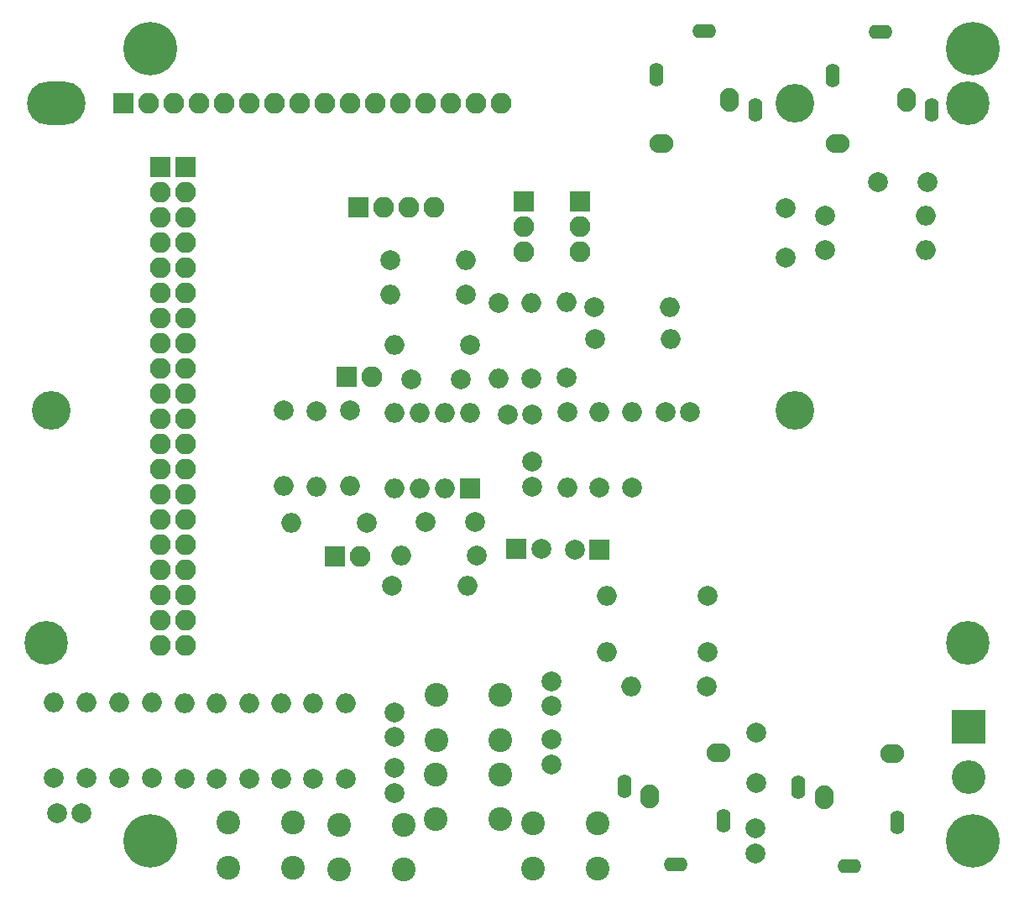
<source format=gbr>
G04 #@! TF.FileFunction,Soldermask,Top*
%FSLAX46Y46*%
G04 Gerber Fmt 4.6, Leading zero omitted, Abs format (unit mm)*
G04 Created by KiCad (PCBNEW 4.0.7) date 04/18/22 18:23:14*
%MOMM*%
%LPD*%
G01*
G04 APERTURE LIST*
%ADD10C,0.100000*%
%ADD11C,2.000000*%
%ADD12O,2.400000X1.400000*%
%ADD13O,1.400000X2.400000*%
%ADD14O,2.400000X1.900000*%
%ADD15O,1.900000X2.400000*%
%ADD16O,2.000000X2.000000*%
%ADD17C,2.400000*%
%ADD18C,5.400000*%
%ADD19R,2.100000X2.100000*%
%ADD20O,2.100000X2.100000*%
%ADD21O,5.900000X4.400000*%
%ADD22C,4.400000*%
%ADD23C,3.900000*%
%ADD24R,2.000000X2.000000*%
%ADD25R,3.400000X3.400000*%
%ADD26C,3.400000*%
G04 APERTURE END LIST*
D10*
D11*
X109610000Y-76610000D03*
X109610000Y-81610000D03*
D12*
X98500000Y-142850000D03*
D13*
X103300000Y-138450000D03*
X93300000Y-134950000D03*
D14*
X102800000Y-131550000D03*
D15*
X95900000Y-135950000D03*
D11*
X48930000Y-134170000D03*
D16*
X48930000Y-126550000D03*
D11*
X58680000Y-134170000D03*
D16*
X58680000Y-126550000D03*
D11*
X86000000Y-126850000D03*
X86000000Y-124350000D03*
X70100000Y-129980000D03*
X70100000Y-127480000D03*
X70140000Y-135620000D03*
X70140000Y-133120000D03*
X85970000Y-130260000D03*
X85970000Y-132760000D03*
D17*
X74330000Y-130270000D03*
X74330000Y-125770000D03*
X80830000Y-130270000D03*
X80830000Y-125770000D03*
X64540000Y-143360000D03*
X64540000Y-138860000D03*
X71040000Y-143360000D03*
X71040000Y-138860000D03*
X84090000Y-143220000D03*
X84090000Y-138720000D03*
X90590000Y-143220000D03*
X90590000Y-138720000D03*
X74300000Y-138270000D03*
X74300000Y-133770000D03*
X80800000Y-138270000D03*
X80800000Y-133770000D03*
D11*
X45640000Y-134150000D03*
D16*
X45640000Y-126530000D03*
D11*
X65210000Y-134190000D03*
D16*
X65210000Y-126570000D03*
D11*
X42330000Y-134130000D03*
D16*
X42330000Y-126510000D03*
D11*
X52220000Y-134190000D03*
D16*
X52220000Y-126570000D03*
D11*
X61940000Y-134190000D03*
D16*
X61940000Y-126570000D03*
D11*
X55470000Y-134170000D03*
D16*
X55470000Y-126550000D03*
D18*
X45500000Y-60500000D03*
X45500000Y-140500000D03*
X128500000Y-60500000D03*
X128500000Y-140500000D03*
D19*
X66500000Y-76500000D03*
D20*
X69040000Y-76500000D03*
X71580000Y-76500000D03*
X74120000Y-76500000D03*
D19*
X42750000Y-66000000D03*
D20*
X45290000Y-66000000D03*
X47830000Y-66000000D03*
X50370000Y-66000000D03*
X52910000Y-66000000D03*
X55450000Y-66000000D03*
X57990000Y-66000000D03*
X60530000Y-66000000D03*
X63070000Y-66000000D03*
X65610000Y-66000000D03*
X68150000Y-66000000D03*
X70690000Y-66000000D03*
X73230000Y-66000000D03*
X75770000Y-66000000D03*
X78310000Y-66000000D03*
X80850000Y-66000000D03*
D21*
X36000000Y-66000000D03*
D22*
X128000000Y-66000000D03*
D23*
X110500000Y-66000000D03*
X110500000Y-97000000D03*
D22*
X128000000Y-120500000D03*
X35000000Y-120500000D03*
D23*
X35500000Y-97000000D03*
D11*
X106510000Y-139200000D03*
X106510000Y-141700000D03*
D12*
X119140000Y-58810000D03*
D13*
X114340000Y-63210000D03*
X124340000Y-66710000D03*
D14*
X114840000Y-70110000D03*
D15*
X121740000Y-65710000D03*
D12*
X101340000Y-58780000D03*
D13*
X96540000Y-63180000D03*
X106540000Y-66680000D03*
D14*
X97040000Y-70080000D03*
D15*
X103940000Y-65680000D03*
D19*
X88860000Y-75960000D03*
D20*
X88860000Y-78500000D03*
X88860000Y-81040000D03*
D19*
X83130000Y-75970000D03*
D20*
X83130000Y-78510000D03*
X83130000Y-81050000D03*
D11*
X113550000Y-80860000D03*
D16*
X123710000Y-80860000D03*
D11*
X113600000Y-77390000D03*
D16*
X123760000Y-77390000D03*
D11*
X90410000Y-89800000D03*
D16*
X98030000Y-89800000D03*
D11*
X90250000Y-86610000D03*
D16*
X97870000Y-86610000D03*
D11*
X87450000Y-93770000D03*
D16*
X87450000Y-86150000D03*
D11*
X94110000Y-104780000D03*
D16*
X94110000Y-97160000D03*
D11*
X77370000Y-85360000D03*
D16*
X69750000Y-85360000D03*
D11*
X69700000Y-81880000D03*
D16*
X77320000Y-81880000D03*
D11*
X123890000Y-74040000D03*
X118890000Y-74040000D03*
X106600000Y-129580000D03*
X106600000Y-134580000D03*
D24*
X90810000Y-111090000D03*
D11*
X88310000Y-111090000D03*
D24*
X82410000Y-111020000D03*
D11*
X84910000Y-111020000D03*
X81560000Y-97430000D03*
X84060000Y-97430000D03*
X83990000Y-104720000D03*
X83990000Y-102220000D03*
X73300000Y-108320000D03*
X78300000Y-108320000D03*
X71860000Y-93880000D03*
X76860000Y-93880000D03*
D12*
X116050000Y-142970000D03*
D13*
X120850000Y-138570000D03*
X110850000Y-135070000D03*
D14*
X120350000Y-131670000D03*
D15*
X113450000Y-136070000D03*
D19*
X64120000Y-111790000D03*
D20*
X66660000Y-111790000D03*
D19*
X65320000Y-93650000D03*
D20*
X67860000Y-93650000D03*
D11*
X101700000Y-115730000D03*
D16*
X91540000Y-115730000D03*
D11*
X69840000Y-114720000D03*
D16*
X77460000Y-114720000D03*
D11*
X67360000Y-108360000D03*
D16*
X59740000Y-108360000D03*
D11*
X87550000Y-97190000D03*
D16*
X87550000Y-104810000D03*
D11*
X90830000Y-104780000D03*
D16*
X90830000Y-97160000D03*
D11*
X78450000Y-111670000D03*
D16*
X70830000Y-111670000D03*
D11*
X62250000Y-97120000D03*
D16*
X62250000Y-104740000D03*
D11*
X58980000Y-97040000D03*
D16*
X58980000Y-104660000D03*
D11*
X65620000Y-97030000D03*
D16*
X65620000Y-104650000D03*
D11*
X77730000Y-90410000D03*
D16*
X70110000Y-90410000D03*
D11*
X83930000Y-93800000D03*
D16*
X83930000Y-86180000D03*
D11*
X80620000Y-86180000D03*
D16*
X80620000Y-93800000D03*
D24*
X77730000Y-104940000D03*
D16*
X70110000Y-97320000D03*
X75190000Y-104940000D03*
X72650000Y-97320000D03*
X72650000Y-104940000D03*
X75190000Y-97320000D03*
X70110000Y-104940000D03*
X77730000Y-97320000D03*
D25*
X128020000Y-128930000D03*
D26*
X128020000Y-134010000D03*
D11*
X101690000Y-121420000D03*
D16*
X91530000Y-121420000D03*
D11*
X101650000Y-124850000D03*
D16*
X94030000Y-124850000D03*
D19*
X46500000Y-72500000D03*
D20*
X46500000Y-75040000D03*
X46500000Y-77580000D03*
X46500000Y-80120000D03*
X46500000Y-82660000D03*
X46500000Y-85200000D03*
X46500000Y-87740000D03*
X46500000Y-90280000D03*
X46500000Y-92820000D03*
X46500000Y-95360000D03*
X46500000Y-97900000D03*
X46500000Y-100440000D03*
X46500000Y-102980000D03*
X46500000Y-105520000D03*
X46500000Y-108060000D03*
X46500000Y-110600000D03*
X46500000Y-113140000D03*
X46500000Y-115680000D03*
X46500000Y-118220000D03*
X46500000Y-120760000D03*
D11*
X97450000Y-97230000D03*
X99950000Y-97230000D03*
X36080000Y-137690000D03*
X38580000Y-137690000D03*
X35760000Y-134110000D03*
D16*
X35760000Y-126490000D03*
D11*
X39040000Y-134110000D03*
D16*
X39040000Y-126490000D03*
D17*
X53370000Y-143140000D03*
X53370000Y-138640000D03*
X59870000Y-143140000D03*
X59870000Y-138640000D03*
D19*
X49040000Y-72500000D03*
D20*
X49040000Y-75040000D03*
X49040000Y-77580000D03*
X49040000Y-80120000D03*
X49040000Y-82660000D03*
X49040000Y-85200000D03*
X49040000Y-87740000D03*
X49040000Y-90280000D03*
X49040000Y-92820000D03*
X49040000Y-95360000D03*
X49040000Y-97900000D03*
X49040000Y-100440000D03*
X49040000Y-102980000D03*
X49040000Y-105520000D03*
X49040000Y-108060000D03*
X49040000Y-110600000D03*
X49040000Y-113140000D03*
X49040000Y-115680000D03*
X49040000Y-118220000D03*
X49040000Y-120760000D03*
M02*

</source>
